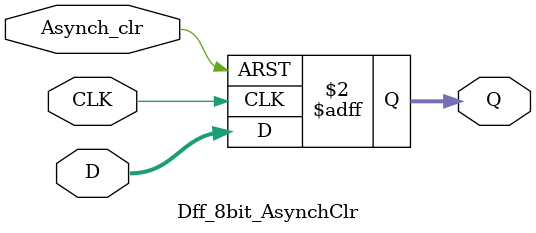
<source format=v>
`timescale 1ns / 1ps
module Dff_8bit_AsynchClr(D,CLK,Asynch_clr,Q);
input [7:0]D; 
input CLK,Asynch_clr;
output [7:0]Q;
reg [7:0]Q;
always @(posedge CLK or posedge Asynch_clr)

 begin
  if(Asynch_clr)
     Q = 0;
  else  
     Q = D;	
 end

endmodule

</source>
